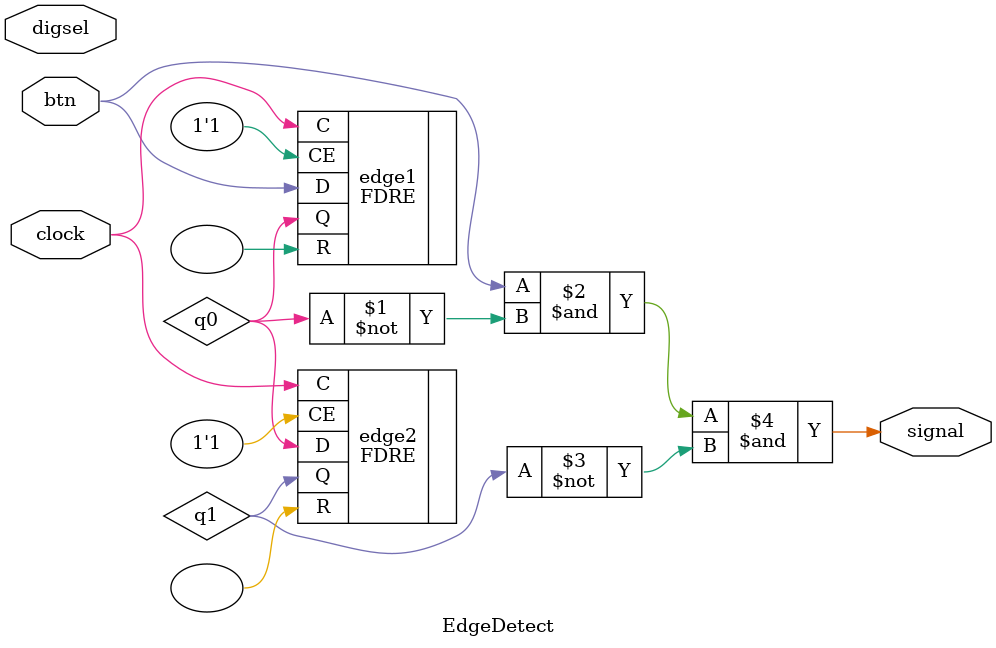
<source format=v>
`timescale 1ns / 1ps


module EdgeDetect(
    input btn,
    input clock,
    input digsel,
    //input ce, //always running
    
    output signal

    );
    

    wire q0, q1;

    //if button C is pressed, q0 -> 1, and then q1 -> 1;
    FDRE #(.INIT(1'b0) ) edge1 (.CE(1'b1), .C(clock), .R(), .D(btn), .Q(q0));
    FDRE #(.INIT(1'b0) ) edge2 (.CE(1'b1), .C(clock), .R(), .D(q0), .Q(q1));

    assign signal = btn & ~q0 & ~q1;
    
endmodule

</source>
